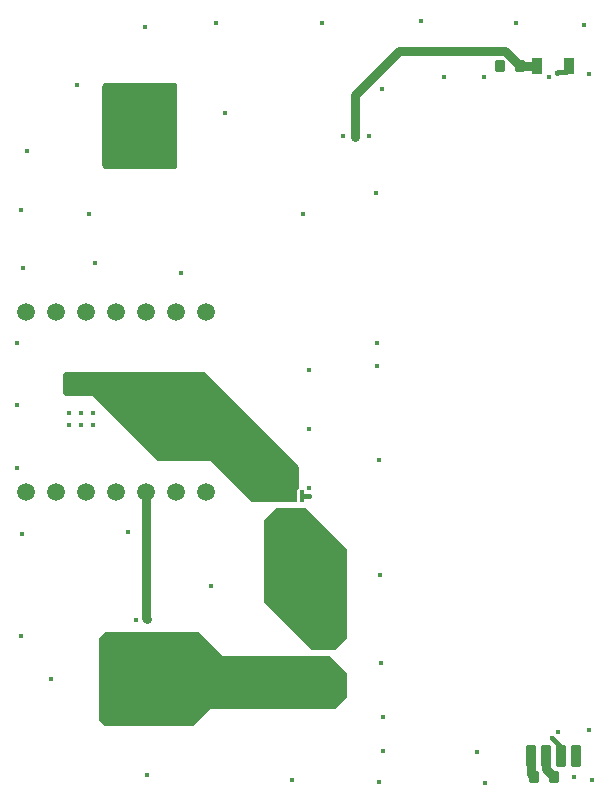
<source format=gbr>
%TF.GenerationSoftware,Altium Limited,Altium Designer,24.10.1 (45)*%
G04 Layer_Physical_Order=4*
G04 Layer_Color=16711680*
%FSLAX45Y45*%
%MOMM*%
%TF.SameCoordinates,5FB93C32-CF51-4A86-A7AC-1E4FFFE00694*%
%TF.FilePolarity,Positive*%
%TF.FileFunction,Copper,L4,Bot,Signal*%
%TF.Part,Single*%
G01*
G75*
%TA.AperFunction,SMDPad,CuDef*%
G04:AMPARAMS|DCode=11|XSize=1mm|YSize=0.9mm|CornerRadius=0.1125mm|HoleSize=0mm|Usage=FLASHONLY|Rotation=90.000|XOffset=0mm|YOffset=0mm|HoleType=Round|Shape=RoundedRectangle|*
%AMROUNDEDRECTD11*
21,1,1.00000,0.67500,0,0,90.0*
21,1,0.77500,0.90000,0,0,90.0*
1,1,0.22500,0.33750,0.38750*
1,1,0.22500,0.33750,-0.38750*
1,1,0.22500,-0.33750,-0.38750*
1,1,0.22500,-0.33750,0.38750*
%
%ADD11ROUNDEDRECTD11*%
G04:AMPARAMS|DCode=12|XSize=0.8mm|YSize=1.8mm|CornerRadius=0.04mm|HoleSize=0mm|Usage=FLASHONLY|Rotation=180.000|XOffset=0mm|YOffset=0mm|HoleType=Round|Shape=RoundedRectangle|*
%AMROUNDEDRECTD12*
21,1,0.80000,1.72000,0,0,180.0*
21,1,0.72000,1.80000,0,0,180.0*
1,1,0.08000,-0.36000,0.86000*
1,1,0.08000,0.36000,0.86000*
1,1,0.08000,0.36000,-0.86000*
1,1,0.08000,-0.36000,-0.86000*
%
%ADD12ROUNDEDRECTD12*%
%TA.AperFunction,ConnectorPad*%
G04:AMPARAMS|DCode=14|XSize=1mm|YSize=0.9mm|CornerRadius=0.1125mm|HoleSize=0mm|Usage=FLASHONLY|Rotation=90.000|XOffset=0mm|YOffset=0mm|HoleType=Round|Shape=RoundedRectangle|*
%AMROUNDEDRECTD14*
21,1,1.00000,0.67500,0,0,90.0*
21,1,0.77500,0.90000,0,0,90.0*
1,1,0.22500,0.33750,0.38750*
1,1,0.22500,0.33750,-0.38750*
1,1,0.22500,-0.33750,-0.38750*
1,1,0.22500,-0.33750,0.38750*
%
%ADD14ROUNDEDRECTD14*%
%TA.AperFunction,Conductor*%
%ADD15C,0.80000*%
%ADD16C,0.40000*%
%TA.AperFunction,ComponentPad*%
%ADD19C,3.20000*%
%TA.AperFunction,ViaPad*%
%ADD20C,0.45000*%
%TA.AperFunction,SMDPad,CuDef*%
G04:AMPARAMS|DCode=21|XSize=7.34mm|YSize=6.35mm|CornerRadius=0.3175mm|HoleSize=0mm|Usage=FLASHONLY|Rotation=270.000|XOffset=0mm|YOffset=0mm|HoleType=Round|Shape=RoundedRectangle|*
%AMROUNDEDRECTD21*
21,1,7.34000,5.71500,0,0,270.0*
21,1,6.70500,6.35000,0,0,270.0*
1,1,0.63500,-2.85750,-3.35250*
1,1,0.63500,-2.85750,3.35250*
1,1,0.63500,2.85750,3.35250*
1,1,0.63500,2.85750,-3.35250*
%
%ADD21ROUNDEDRECTD21*%
G04:AMPARAMS|DCode=22|XSize=0.4mm|YSize=1mm|CornerRadius=0.05mm|HoleSize=0mm|Usage=FLASHONLY|Rotation=0.000|XOffset=0mm|YOffset=0mm|HoleType=Round|Shape=RoundedRectangle|*
%AMROUNDEDRECTD22*
21,1,0.40000,0.90000,0,0,0.0*
21,1,0.30000,1.00000,0,0,0.0*
1,1,0.10000,0.15000,-0.45000*
1,1,0.10000,-0.15000,-0.45000*
1,1,0.10000,-0.15000,0.45000*
1,1,0.10000,0.15000,0.45000*
%
%ADD22ROUNDEDRECTD22*%
G04:AMPARAMS|DCode=23|XSize=2.35mm|YSize=1.8mm|CornerRadius=0.09mm|HoleSize=0mm|Usage=FLASHONLY|Rotation=180.000|XOffset=0mm|YOffset=0mm|HoleType=Round|Shape=RoundedRectangle|*
%AMROUNDEDRECTD23*
21,1,2.35000,1.62000,0,0,180.0*
21,1,2.17000,1.80000,0,0,180.0*
1,1,0.18000,-1.08500,0.81000*
1,1,0.18000,1.08500,0.81000*
1,1,0.18000,1.08500,-0.81000*
1,1,0.18000,-1.08500,-0.81000*
%
%ADD23ROUNDEDRECTD23*%
G04:AMPARAMS|DCode=24|XSize=0.9mm|YSize=1.4mm|CornerRadius=0.045mm|HoleSize=0mm|Usage=FLASHONLY|Rotation=180.000|XOffset=0mm|YOffset=0mm|HoleType=Round|Shape=RoundedRectangle|*
%AMROUNDEDRECTD24*
21,1,0.90000,1.31000,0,0,180.0*
21,1,0.81000,1.40000,0,0,180.0*
1,1,0.09000,-0.40500,0.65500*
1,1,0.09000,0.40500,0.65500*
1,1,0.09000,0.40500,-0.65500*
1,1,0.09000,-0.40500,-0.65500*
%
%ADD24ROUNDEDRECTD24*%
%TA.AperFunction,ComponentPad*%
%ADD25C,1.50000*%
G36*
X2450000Y2750000D02*
Y2569992D01*
X2442745Y2568549D01*
X2434476Y2563023D01*
X2428950Y2554754D01*
X2427010Y2544999D01*
Y2501478D01*
X2426716Y2499999D01*
X2427010Y2498521D01*
Y2455000D01*
X2422907Y2450000D01*
X2050001Y2449999D01*
X1799998Y2700000D01*
X1699999Y2800000D01*
X1250000D01*
X700000Y3350000D01*
X469999D01*
X449999Y3370000D01*
X449999Y3530000D01*
X469999Y3550000D01*
X1650000D01*
X2450000Y2750000D01*
D02*
G37*
G36*
X2850000Y2050009D02*
Y1300000D01*
X2750000Y1200000D01*
X2550000D01*
X2150000Y1600000D01*
X2150000Y2300000D01*
X2250000Y2400000D01*
X2500011D01*
X2850000Y2050009D01*
D02*
G37*
G36*
X1800000Y1150000D02*
X2700000D01*
X2850000Y1000000D01*
Y800000D01*
X2750000Y700000D01*
X1700000Y699999D01*
X1550000Y550000D01*
X800000Y550000D01*
X750000Y600000D01*
Y1300000D01*
X800000Y1350000D01*
X1600000D01*
X1800000Y1150000D01*
D02*
G37*
D11*
X4315000Y6140000D02*
D03*
X4145000D02*
D03*
D12*
X4663500Y300000D02*
D03*
X4536500D02*
D03*
X4790500D02*
D03*
X4409500D02*
D03*
D14*
X4605000Y120000D02*
D03*
X4435000D02*
D03*
D15*
X2920000Y5540000D02*
Y5900000D01*
X3290000Y6270000D01*
X1153998Y1466002D02*
X1160000Y1460000D01*
X1153998Y1466002D02*
Y2538000D01*
X4190000Y6270000D02*
X4300000Y6160000D01*
X3290000Y6270000D02*
X4190000D01*
X4315000Y6140000D02*
X4465000D01*
X4409500Y150500D02*
Y299999D01*
Y150500D02*
X4435000Y125000D01*
Y120000D02*
Y125000D01*
X4536500Y193500D02*
Y300000D01*
Y193500D02*
X4605000Y125000D01*
Y120000D02*
Y125000D01*
D16*
X2467500Y2499999D02*
X2467500Y2500000D01*
X2530000D01*
X4641353Y6090000D02*
X4710000D01*
X4630000Y6080000D02*
X4631353D01*
X4641353Y6090000D01*
X4710000D02*
X4735000Y6115000D01*
Y6140000D01*
X4590000Y448647D02*
X4643500Y395147D01*
Y320000D02*
X4663500Y300000D01*
X4643500Y320000D02*
Y395147D01*
X4590000Y448647D02*
Y450000D01*
D19*
X2680000Y1370000D02*
D03*
Y900000D02*
D03*
D20*
X2920000Y5540000D02*
D03*
X2530000Y3070000D02*
D03*
Y2570000D02*
D03*
Y3570000D02*
D03*
X499999Y3500000D02*
D03*
Y3400000D02*
D03*
X599999Y3500000D02*
D03*
Y3400000D02*
D03*
X699999D02*
D03*
Y3500000D02*
D03*
X1160000Y1460000D02*
D03*
X699999Y3200000D02*
D03*
Y3100000D02*
D03*
X60000Y3800000D02*
D03*
X2530000Y2500000D02*
D03*
X1070000Y1450000D02*
D03*
X1820000Y5740000D02*
D03*
X670000Y4890000D02*
D03*
X2480000D02*
D03*
X3150000Y5950000D02*
D03*
X3670000Y6050000D02*
D03*
X4010000D02*
D03*
X4560000D02*
D03*
X4160000Y6160000D02*
D03*
X4900000Y6070000D02*
D03*
X4860000Y6490000D02*
D03*
X4280000Y6510000D02*
D03*
X3480000Y6520000D02*
D03*
X2640000Y6510000D02*
D03*
X1740000D02*
D03*
X1140000Y6470000D02*
D03*
X570000Y5980000D02*
D03*
X140000Y5420000D02*
D03*
X90000Y4920000D02*
D03*
X1450000Y4390000D02*
D03*
X720000Y4470000D02*
D03*
X110000Y4430000D02*
D03*
X3100000Y5070000D02*
D03*
X3120000Y2810000D02*
D03*
X3110000Y3600000D02*
D03*
X3130000Y1830000D02*
D03*
X3140000Y1090000D02*
D03*
X3110000Y3800000D02*
D03*
X3120000Y80000D02*
D03*
X4020000Y70000D02*
D03*
X3160000Y340000D02*
D03*
X3950000Y330000D02*
D03*
X4930000Y100000D02*
D03*
X4900000Y520000D02*
D03*
X3160000Y630000D02*
D03*
X2390000Y100000D02*
D03*
X1160000Y140000D02*
D03*
X350000Y950000D02*
D03*
X90000Y1320000D02*
D03*
X100000Y2180000D02*
D03*
X1000000Y2200000D02*
D03*
X60000Y2740000D02*
D03*
Y3270000D02*
D03*
X599999Y3100000D02*
D03*
Y3200000D02*
D03*
X499999Y3100000D02*
D03*
Y3200000D02*
D03*
X1700000Y1740000D02*
D03*
X3040000Y5550000D02*
D03*
X4630000Y6080000D02*
D03*
X2820000Y5550000D02*
D03*
X4640000Y500000D02*
D03*
X1010000Y5780000D02*
D03*
X1390000Y5400000D02*
D03*
Y5980000D02*
D03*
X1190000D02*
D03*
X1290000Y5300000D02*
D03*
Y5880000D02*
D03*
X1390000Y5780000D02*
D03*
X1290000Y5680000D02*
D03*
X1190000Y5780000D02*
D03*
Y5600000D02*
D03*
X1390000D02*
D03*
X1290000Y5500000D02*
D03*
X1190000Y5400000D02*
D03*
X1100000Y5500000D02*
D03*
X1010000Y5600000D02*
D03*
X1100000Y5680000D02*
D03*
Y5880000D02*
D03*
X1010000Y5980000D02*
D03*
X910000Y5880000D02*
D03*
X810000Y5780000D02*
D03*
X910000Y5680000D02*
D03*
X810000Y5600000D02*
D03*
X910000Y5500000D02*
D03*
X810000Y5400000D02*
D03*
X910000Y5300000D02*
D03*
X1010000Y5400000D02*
D03*
X810000Y5980000D02*
D03*
X1100000Y5300000D02*
D03*
X4410000Y190000D02*
D03*
X4590000Y450000D02*
D03*
X4605000Y120000D02*
D03*
X4775000D02*
D03*
X4790500Y299999D02*
D03*
X4409500D02*
D03*
D21*
X1100000Y5638000D02*
D03*
Y962000D02*
D03*
D22*
X2402500Y2499999D02*
D03*
X2337500D02*
D03*
X2467500D02*
D03*
X2272500D02*
D03*
D23*
X2370000Y2309999D02*
D03*
D24*
X4735000Y6140000D02*
D03*
X4465000D02*
D03*
D25*
X1661998Y2538000D02*
D03*
X1407998D02*
D03*
X1153998D02*
D03*
X899998D02*
D03*
X645998D02*
D03*
X391998D02*
D03*
X137998D02*
D03*
Y4062000D02*
D03*
X391998D02*
D03*
X645998D02*
D03*
X899998D02*
D03*
X1153998D02*
D03*
X1407998D02*
D03*
X1661998D02*
D03*
%TF.MD5,4465350474e3371da4a8ba8c2a03e87c*%
M02*

</source>
